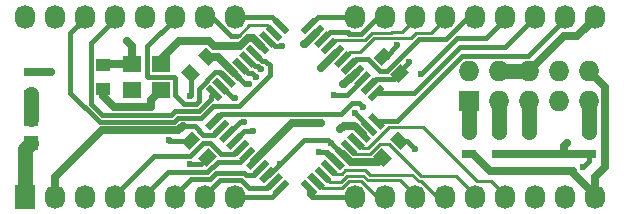
<source format=gtl>
G04 #@! TF.FileFunction,Copper,L1,Top,Signal*
%FSLAX46Y46*%
G04 Gerber Fmt 4.6, Leading zero omitted, Abs format (unit mm)*
G04 Created by KiCad (PCBNEW (2015-08-16 BZR 6097, Git b384c94)-product) date 12/8/2015 8:31:07 PM*
%MOMM*%
G01*
G04 APERTURE LIST*
%ADD10C,0.100000*%
%ADD11R,1.727200X1.727200*%
%ADD12O,1.727200X1.727200*%
%ADD13R,1.250000X1.000000*%
%ADD14R,1.300000X0.700000*%
%ADD15R,1.198880X1.198880*%
%ADD16O,1.727200X2.032000*%
%ADD17R,1.727200X2.032000*%
%ADD18R,1.600000X1.400000*%
%ADD19C,0.600000*%
%ADD20C,0.635000*%
%ADD21C,0.381000*%
%ADD22C,1.270000*%
%ADD23C,0.254000*%
G04 APERTURE END LIST*
D10*
D11*
X149352000Y-87884000D03*
D12*
X149352000Y-85344000D03*
X151892000Y-87884000D03*
X151892000Y-85344000D03*
X154432000Y-87884000D03*
X154432000Y-85344000D03*
X156972000Y-87884000D03*
X156972000Y-85344000D03*
X159512000Y-87884000D03*
X159512000Y-85344000D03*
D10*
G36*
X127425188Y-90318866D02*
X127036280Y-89929958D01*
X128096940Y-88869298D01*
X128485848Y-89258206D01*
X127425188Y-90318866D01*
X127425188Y-90318866D01*
G37*
G36*
X127990874Y-90884551D02*
X127601966Y-90495643D01*
X128662626Y-89434983D01*
X129051534Y-89823891D01*
X127990874Y-90884551D01*
X127990874Y-90884551D01*
G37*
G36*
X128556559Y-91450236D02*
X128167651Y-91061328D01*
X129228311Y-90000668D01*
X129617219Y-90389576D01*
X128556559Y-91450236D01*
X128556559Y-91450236D01*
G37*
G36*
X129122244Y-92015922D02*
X128733336Y-91627014D01*
X129793996Y-90566354D01*
X130182904Y-90955262D01*
X129122244Y-92015922D01*
X129122244Y-92015922D01*
G37*
G36*
X129687930Y-92581607D02*
X129299022Y-92192699D01*
X130359682Y-91132039D01*
X130748590Y-91520947D01*
X129687930Y-92581607D01*
X129687930Y-92581607D01*
G37*
G36*
X130253615Y-93147293D02*
X129864707Y-92758385D01*
X130925367Y-91697725D01*
X131314275Y-92086633D01*
X130253615Y-93147293D01*
X130253615Y-93147293D01*
G37*
G36*
X130819301Y-93712978D02*
X130430393Y-93324070D01*
X131491053Y-92263410D01*
X131879961Y-92652318D01*
X130819301Y-93712978D01*
X130819301Y-93712978D01*
G37*
G36*
X131384986Y-94278664D02*
X130996078Y-93889756D01*
X132056738Y-92829096D01*
X132445646Y-93218004D01*
X131384986Y-94278664D01*
X131384986Y-94278664D01*
G37*
G36*
X131950672Y-94844349D02*
X131561764Y-94455441D01*
X132622424Y-93394781D01*
X133011332Y-93783689D01*
X131950672Y-94844349D01*
X131950672Y-94844349D01*
G37*
G36*
X132516357Y-95410034D02*
X132127449Y-95021126D01*
X133188109Y-93960466D01*
X133577017Y-94349374D01*
X132516357Y-95410034D01*
X132516357Y-95410034D01*
G37*
G36*
X133082042Y-95975720D02*
X132693134Y-95586812D01*
X133753794Y-94526152D01*
X134142702Y-94915060D01*
X133082042Y-95975720D01*
X133082042Y-95975720D01*
G37*
G36*
X136546866Y-95586812D02*
X136157958Y-95975720D01*
X135097298Y-94915060D01*
X135486206Y-94526152D01*
X136546866Y-95586812D01*
X136546866Y-95586812D01*
G37*
G36*
X137112551Y-95021126D02*
X136723643Y-95410034D01*
X135662983Y-94349374D01*
X136051891Y-93960466D01*
X137112551Y-95021126D01*
X137112551Y-95021126D01*
G37*
G36*
X137678236Y-94455441D02*
X137289328Y-94844349D01*
X136228668Y-93783689D01*
X136617576Y-93394781D01*
X137678236Y-94455441D01*
X137678236Y-94455441D01*
G37*
G36*
X138243922Y-93889756D02*
X137855014Y-94278664D01*
X136794354Y-93218004D01*
X137183262Y-92829096D01*
X138243922Y-93889756D01*
X138243922Y-93889756D01*
G37*
G36*
X138809607Y-93324070D02*
X138420699Y-93712978D01*
X137360039Y-92652318D01*
X137748947Y-92263410D01*
X138809607Y-93324070D01*
X138809607Y-93324070D01*
G37*
G36*
X139375293Y-92758385D02*
X138986385Y-93147293D01*
X137925725Y-92086633D01*
X138314633Y-91697725D01*
X139375293Y-92758385D01*
X139375293Y-92758385D01*
G37*
G36*
X139940978Y-92192699D02*
X139552070Y-92581607D01*
X138491410Y-91520947D01*
X138880318Y-91132039D01*
X139940978Y-92192699D01*
X139940978Y-92192699D01*
G37*
G36*
X140506664Y-91627014D02*
X140117756Y-92015922D01*
X139057096Y-90955262D01*
X139446004Y-90566354D01*
X140506664Y-91627014D01*
X140506664Y-91627014D01*
G37*
G36*
X141072349Y-91061328D02*
X140683441Y-91450236D01*
X139622781Y-90389576D01*
X140011689Y-90000668D01*
X141072349Y-91061328D01*
X141072349Y-91061328D01*
G37*
G36*
X141638034Y-90495643D02*
X141249126Y-90884551D01*
X140188466Y-89823891D01*
X140577374Y-89434983D01*
X141638034Y-90495643D01*
X141638034Y-90495643D01*
G37*
G36*
X142203720Y-89929958D02*
X141814812Y-90318866D01*
X140754152Y-89258206D01*
X141143060Y-88869298D01*
X142203720Y-89929958D01*
X142203720Y-89929958D01*
G37*
G36*
X141143060Y-87914702D02*
X140754152Y-87525794D01*
X141814812Y-86465134D01*
X142203720Y-86854042D01*
X141143060Y-87914702D01*
X141143060Y-87914702D01*
G37*
G36*
X140577374Y-87349017D02*
X140188466Y-86960109D01*
X141249126Y-85899449D01*
X141638034Y-86288357D01*
X140577374Y-87349017D01*
X140577374Y-87349017D01*
G37*
G36*
X140011689Y-86783332D02*
X139622781Y-86394424D01*
X140683441Y-85333764D01*
X141072349Y-85722672D01*
X140011689Y-86783332D01*
X140011689Y-86783332D01*
G37*
G36*
X139446004Y-86217646D02*
X139057096Y-85828738D01*
X140117756Y-84768078D01*
X140506664Y-85156986D01*
X139446004Y-86217646D01*
X139446004Y-86217646D01*
G37*
G36*
X138880318Y-85651961D02*
X138491410Y-85263053D01*
X139552070Y-84202393D01*
X139940978Y-84591301D01*
X138880318Y-85651961D01*
X138880318Y-85651961D01*
G37*
G36*
X138314633Y-85086275D02*
X137925725Y-84697367D01*
X138986385Y-83636707D01*
X139375293Y-84025615D01*
X138314633Y-85086275D01*
X138314633Y-85086275D01*
G37*
G36*
X137748947Y-84520590D02*
X137360039Y-84131682D01*
X138420699Y-83071022D01*
X138809607Y-83459930D01*
X137748947Y-84520590D01*
X137748947Y-84520590D01*
G37*
G36*
X137183262Y-83954904D02*
X136794354Y-83565996D01*
X137855014Y-82505336D01*
X138243922Y-82894244D01*
X137183262Y-83954904D01*
X137183262Y-83954904D01*
G37*
G36*
X136617576Y-83389219D02*
X136228668Y-83000311D01*
X137289328Y-81939651D01*
X137678236Y-82328559D01*
X136617576Y-83389219D01*
X136617576Y-83389219D01*
G37*
G36*
X136051891Y-82823534D02*
X135662983Y-82434626D01*
X136723643Y-81373966D01*
X137112551Y-81762874D01*
X136051891Y-82823534D01*
X136051891Y-82823534D01*
G37*
G36*
X135486206Y-82257848D02*
X135097298Y-81868940D01*
X136157958Y-80808280D01*
X136546866Y-81197188D01*
X135486206Y-82257848D01*
X135486206Y-82257848D01*
G37*
G36*
X134142702Y-81868940D02*
X133753794Y-82257848D01*
X132693134Y-81197188D01*
X133082042Y-80808280D01*
X134142702Y-81868940D01*
X134142702Y-81868940D01*
G37*
G36*
X133577017Y-82434626D02*
X133188109Y-82823534D01*
X132127449Y-81762874D01*
X132516357Y-81373966D01*
X133577017Y-82434626D01*
X133577017Y-82434626D01*
G37*
G36*
X133011332Y-83000311D02*
X132622424Y-83389219D01*
X131561764Y-82328559D01*
X131950672Y-81939651D01*
X133011332Y-83000311D01*
X133011332Y-83000311D01*
G37*
G36*
X132445646Y-83565996D02*
X132056738Y-83954904D01*
X130996078Y-82894244D01*
X131384986Y-82505336D01*
X132445646Y-83565996D01*
X132445646Y-83565996D01*
G37*
G36*
X131879961Y-84131682D02*
X131491053Y-84520590D01*
X130430393Y-83459930D01*
X130819301Y-83071022D01*
X131879961Y-84131682D01*
X131879961Y-84131682D01*
G37*
G36*
X131314275Y-84697367D02*
X130925367Y-85086275D01*
X129864707Y-84025615D01*
X130253615Y-83636707D01*
X131314275Y-84697367D01*
X131314275Y-84697367D01*
G37*
G36*
X130748590Y-85263053D02*
X130359682Y-85651961D01*
X129299022Y-84591301D01*
X129687930Y-84202393D01*
X130748590Y-85263053D01*
X130748590Y-85263053D01*
G37*
G36*
X130182904Y-85828738D02*
X129793996Y-86217646D01*
X128733336Y-85156986D01*
X129122244Y-84768078D01*
X130182904Y-85828738D01*
X130182904Y-85828738D01*
G37*
G36*
X129617219Y-86394424D02*
X129228311Y-86783332D01*
X128167651Y-85722672D01*
X128556559Y-85333764D01*
X129617219Y-86394424D01*
X129617219Y-86394424D01*
G37*
G36*
X129051534Y-86960109D02*
X128662626Y-87349017D01*
X127601966Y-86288357D01*
X127990874Y-85899449D01*
X129051534Y-86960109D01*
X129051534Y-86960109D01*
G37*
G36*
X128485848Y-87525794D02*
X128096940Y-87914702D01*
X127036280Y-86854042D01*
X127425188Y-86465134D01*
X128485848Y-87525794D01*
X128485848Y-87525794D01*
G37*
G36*
X141245398Y-84217281D02*
X142129281Y-83333398D01*
X142836388Y-84040505D01*
X141952505Y-84924388D01*
X141245398Y-84217281D01*
X141245398Y-84217281D01*
G37*
G36*
X142659612Y-85631495D02*
X143543495Y-84747612D01*
X144250602Y-85454719D01*
X143366719Y-86338602D01*
X142659612Y-85631495D01*
X142659612Y-85631495D01*
G37*
G36*
X142129281Y-93450602D02*
X141245398Y-92566719D01*
X141952505Y-91859612D01*
X142836388Y-92743495D01*
X142129281Y-93450602D01*
X142129281Y-93450602D01*
G37*
G36*
X143543495Y-92036388D02*
X142659612Y-91152505D01*
X143366719Y-90445398D01*
X144250602Y-91329281D01*
X143543495Y-92036388D01*
X143543495Y-92036388D01*
G37*
D13*
X118364000Y-84852000D03*
X118364000Y-86852000D03*
D10*
G36*
X127994602Y-92566719D02*
X127110719Y-93450602D01*
X126403612Y-92743495D01*
X127287495Y-91859612D01*
X127994602Y-92566719D01*
X127994602Y-92566719D01*
G37*
G36*
X126580388Y-91152505D02*
X125696505Y-92036388D01*
X124989398Y-91329281D01*
X125873281Y-90445398D01*
X126580388Y-91152505D01*
X126580388Y-91152505D01*
G37*
G36*
X127110719Y-83333398D02*
X127994602Y-84217281D01*
X127287495Y-84924388D01*
X126403612Y-84040505D01*
X127110719Y-83333398D01*
X127110719Y-83333398D01*
G37*
G36*
X125696505Y-84747612D02*
X126580388Y-85631495D01*
X125873281Y-86338602D01*
X124989398Y-85454719D01*
X125696505Y-84747612D01*
X125696505Y-84747612D01*
G37*
D14*
X112268000Y-85410000D03*
X112268000Y-87310000D03*
X149352000Y-90490000D03*
X149352000Y-92390000D03*
X151892000Y-90490000D03*
X151892000Y-92390000D03*
X154432000Y-90490000D03*
X154432000Y-92390000D03*
X159512000Y-90490000D03*
X159512000Y-92390000D03*
D15*
X112268000Y-91473020D03*
X112268000Y-89374980D03*
D16*
X139700000Y-80772000D03*
X111760000Y-80772000D03*
X114300000Y-80772000D03*
X116840000Y-80772000D03*
X119380000Y-80772000D03*
X121920000Y-80772000D03*
X124460000Y-80772000D03*
X127000000Y-80772000D03*
X129540000Y-80772000D03*
X144780000Y-80772000D03*
X147320000Y-80772000D03*
X149860000Y-80772000D03*
X152400000Y-80772000D03*
X154940000Y-80772000D03*
X157480000Y-80772000D03*
X160020000Y-80772000D03*
X142240000Y-80772000D03*
X139700000Y-96012000D03*
D17*
X111760000Y-96012000D03*
D16*
X114300000Y-96012000D03*
X116840000Y-96012000D03*
X119380000Y-96012000D03*
X121920000Y-96012000D03*
X124460000Y-96012000D03*
X127000000Y-96012000D03*
X129540000Y-96012000D03*
X144780000Y-96012000D03*
X147320000Y-96012000D03*
X149860000Y-96012000D03*
X152400000Y-96012000D03*
X154940000Y-96012000D03*
X157480000Y-96012000D03*
X160020000Y-96012000D03*
X142240000Y-96012000D03*
D18*
X123297000Y-84729000D03*
X123297000Y-86979000D03*
X120797000Y-84729000D03*
X120797000Y-86979000D03*
D19*
X120396000Y-82804000D03*
X157607000Y-91440000D03*
X125730000Y-93218000D03*
X137668000Y-91440000D03*
X133350000Y-93218000D03*
X130752306Y-86417694D03*
X159004000Y-93472000D03*
X136779000Y-85090000D03*
X143256000Y-83185000D03*
X125705604Y-87482453D03*
X123952000Y-91206549D03*
X122428000Y-88392000D03*
X136652000Y-92202000D03*
X131064000Y-90424000D03*
X133525509Y-83272967D03*
X144780000Y-91948000D03*
X144272000Y-84582000D03*
X113919000Y-85471000D03*
X138684000Y-86487000D03*
X135382000Y-83058000D03*
X136779000Y-89789000D03*
X140353081Y-88367295D03*
X130302000Y-89683552D03*
X138430000Y-90297000D03*
X139700000Y-88900000D03*
X145288000Y-85598000D03*
X137922000Y-87376000D03*
X131776423Y-85161480D03*
X131318000Y-85852000D03*
X129540000Y-87630000D03*
D20*
X120797000Y-84729000D02*
X120797000Y-83205000D01*
X120797000Y-83205000D02*
X120396000Y-82804000D01*
X120797000Y-84729000D02*
X118487000Y-84729000D01*
X118487000Y-84729000D02*
X118364000Y-84852000D01*
X120801000Y-84852000D02*
X121051000Y-84602000D01*
X157353000Y-92390000D02*
X157353000Y-91694000D01*
X157353000Y-91694000D02*
X157607000Y-91440000D01*
D21*
X127199107Y-92655107D02*
X126636214Y-93218000D01*
X126636214Y-93218000D02*
X125730000Y-93218000D01*
X133350000Y-93218000D02*
X135382000Y-91186000D01*
X138650509Y-92422509D02*
X137668000Y-91440000D01*
X133350000Y-93218000D02*
X132448435Y-94119565D01*
X137414000Y-91186000D02*
X137668000Y-91440000D01*
X135382000Y-91186000D02*
X137414000Y-91186000D01*
X132286548Y-94119565D02*
X132448435Y-94119565D01*
X130382952Y-86417694D02*
X130752306Y-86417694D01*
X129458120Y-85492862D02*
X130382952Y-86417694D01*
X159512000Y-92390000D02*
X159512000Y-92964000D01*
X159512000Y-92964000D02*
X159004000Y-93472000D01*
X132286548Y-94119565D02*
X132286548Y-94027452D01*
D20*
X138084823Y-83795806D02*
X136790629Y-85090000D01*
X136790629Y-85090000D02*
X136779000Y-85090000D01*
D21*
X142040893Y-84128893D02*
X142312107Y-84128893D01*
X142312107Y-84128893D02*
X143256000Y-83185000D01*
X142040893Y-84128893D02*
X142439107Y-84128893D01*
D20*
X160020000Y-80772000D02*
X160020000Y-80924400D01*
X160020000Y-80924400D02*
X158521400Y-82423000D01*
X158521400Y-82423000D02*
X157353000Y-82423000D01*
X157353000Y-82423000D02*
X155295599Y-84480401D01*
X155295599Y-84480401D02*
X154432000Y-85344000D01*
X151892000Y-92390000D02*
X154432000Y-92390000D01*
X159512000Y-92390000D02*
X157353000Y-92390000D01*
X157353000Y-92390000D02*
X154432000Y-92390000D01*
D22*
X111760000Y-96012000D02*
X111760000Y-91981020D01*
X111760000Y-91981020D02*
X112268000Y-91473020D01*
X151892000Y-85344000D02*
X154432000Y-85344000D01*
D20*
X138650509Y-92422509D02*
X139327117Y-93099117D01*
X139327117Y-93099117D02*
X141596883Y-93099117D01*
X141596883Y-93099117D02*
X141616630Y-93079370D01*
X141616630Y-93079370D02*
X142040893Y-92655107D01*
X129458120Y-85492862D02*
X128094151Y-84128893D01*
X128094151Y-84128893D02*
X127199107Y-84128893D01*
D21*
X125784893Y-87403164D02*
X125705604Y-87482453D01*
X125784893Y-85543107D02*
X125784893Y-87403164D01*
X125784893Y-91240893D02*
X123986344Y-91240893D01*
X123986344Y-91240893D02*
X123952000Y-91206549D01*
D20*
X122428000Y-88392000D02*
X122428000Y-87848000D01*
X122428000Y-87848000D02*
X123297000Y-86979000D01*
X118364000Y-87503000D02*
X119253000Y-88392000D01*
X119253000Y-88392000D02*
X122428000Y-88392000D01*
X118364000Y-86852000D02*
X118364000Y-87503000D01*
D21*
X137076264Y-92202000D02*
X136652000Y-92202000D01*
X137298629Y-92202000D02*
X137076264Y-92202000D01*
X138084823Y-92988194D02*
X137298629Y-92202000D01*
X137160000Y-92202000D02*
X137076264Y-92202000D01*
X137946194Y-92988194D02*
X137160000Y-92202000D01*
X129458120Y-91291138D02*
X130325258Y-90424000D01*
X130325258Y-90424000D02*
X131064000Y-90424000D01*
X132895080Y-83272967D02*
X133101245Y-83272967D01*
X132286548Y-82664435D02*
X132895080Y-83272967D01*
X133101245Y-83272967D02*
X133525509Y-83272967D01*
X143455107Y-91240893D02*
X144072893Y-91240893D01*
X144072893Y-91240893D02*
X144780000Y-91948000D01*
X143455107Y-85543107D02*
X143455107Y-85398893D01*
X143455107Y-85398893D02*
X144272000Y-84582000D01*
X129458120Y-91291138D02*
X129458120Y-91267880D01*
D20*
X112268000Y-85410000D02*
X113858000Y-85410000D01*
X113858000Y-85410000D02*
X113919000Y-85471000D01*
D21*
X140913250Y-86624233D02*
X141514290Y-86023193D01*
X141514290Y-86023193D02*
X142975021Y-86023193D01*
X142975021Y-86023193D02*
X143455107Y-85543107D01*
D20*
X159512000Y-85344000D02*
X160893101Y-86725101D01*
X160893101Y-86725101D02*
X160893101Y-93487899D01*
X160893101Y-93487899D02*
X160020000Y-94361000D01*
X160020000Y-94361000D02*
X160020000Y-96012000D01*
X158115000Y-93853000D02*
X158115000Y-93954600D01*
X158115000Y-93954600D02*
X160020000Y-95859600D01*
X160020000Y-95859600D02*
X160020000Y-96012000D01*
X151115000Y-93853000D02*
X158115000Y-93853000D01*
X149352000Y-92390000D02*
X149652000Y-92390000D01*
X149652000Y-92390000D02*
X151115000Y-93853000D01*
X138684000Y-86487000D02*
X138787742Y-86487000D01*
X138787742Y-86487000D02*
X139781880Y-85492862D01*
D22*
X149352000Y-87884000D02*
X149352000Y-90490000D01*
D20*
X135382000Y-83058000D02*
X135428517Y-83058000D01*
X135428517Y-83058000D02*
X136387767Y-82098750D01*
D22*
X151892000Y-87884000D02*
X151892000Y-90490000D01*
D20*
X131155177Y-92988194D02*
X134354371Y-89789000D01*
X134354371Y-89789000D02*
X136779000Y-89789000D01*
D22*
X154432000Y-90490000D02*
X154432000Y-87884000D01*
D21*
X127761064Y-89594082D02*
X128362104Y-88993042D01*
X128362104Y-88993042D02*
X138478681Y-88993042D01*
X138478681Y-88993042D02*
X139404427Y-88067296D01*
X139404427Y-88067296D02*
X140053082Y-88067296D01*
X140053082Y-88067296D02*
X140353081Y-88367295D01*
D22*
X159512000Y-90490000D02*
X159512000Y-87884000D01*
D20*
X131720862Y-83230120D02*
X131044254Y-82553512D01*
X127325080Y-82815888D02*
X124829112Y-82815888D01*
X124829112Y-82815888D02*
X123297000Y-84348000D01*
X131044254Y-82553512D02*
X130604941Y-82553512D01*
X123297000Y-84348000D02*
X123297000Y-84729000D01*
X130604941Y-82553512D02*
X129928333Y-83230120D01*
X129928333Y-83230120D02*
X127739312Y-83230120D01*
X127739312Y-83230120D02*
X127325080Y-82815888D01*
D21*
X125095000Y-90043000D02*
X126111000Y-90043000D01*
X126111000Y-90043000D02*
X126828807Y-90760807D01*
X126828807Y-90760807D02*
X127725710Y-90760807D01*
X127725710Y-90760807D02*
X128326750Y-90159767D01*
D20*
X124748971Y-90389029D02*
X125095000Y-90043000D01*
X118271971Y-90389029D02*
X124748971Y-90389029D01*
X114300000Y-96012000D02*
X114300000Y-94361000D01*
X114300000Y-94361000D02*
X118271971Y-90389029D01*
D21*
X114300000Y-95859600D02*
X114300000Y-96012000D01*
X128892435Y-90725452D02*
X129934335Y-89683552D01*
X129934335Y-89683552D02*
X130302000Y-89683552D01*
X119380000Y-95859600D02*
X119380000Y-96012000D01*
X122712101Y-92527499D02*
X119380000Y-95859600D01*
X126816056Y-91469102D02*
X125757659Y-92527499D01*
X127449252Y-91469102D02*
X126816056Y-91469102D01*
X128386582Y-92406432D02*
X127449252Y-91469102D01*
X129474197Y-92406432D02*
X128386582Y-92406432D01*
X130023806Y-91856823D02*
X129474197Y-92406432D01*
X125757659Y-92527499D02*
X122712101Y-92527499D01*
X123871099Y-93908501D02*
X121920000Y-95859600D01*
X121920000Y-95859600D02*
X121920000Y-96012000D01*
X127205085Y-93908501D02*
X123871099Y-93908501D01*
X128090037Y-93023549D02*
X127205085Y-93908501D01*
X130589491Y-92422509D02*
X129988451Y-93023549D01*
X129988451Y-93023549D02*
X128090037Y-93023549D01*
X127910778Y-94024480D02*
X127445747Y-94489511D01*
X131119822Y-94154920D02*
X130430571Y-94154920D01*
X124460000Y-95859600D02*
X124460000Y-96012000D01*
X130300131Y-94024480D02*
X127910778Y-94024480D01*
X130430571Y-94154920D02*
X130300131Y-94024480D01*
X131720862Y-93553880D02*
X131119822Y-94154920D01*
X125830089Y-94489511D02*
X124460000Y-95859600D01*
X127445747Y-94489511D02*
X125830089Y-94489511D01*
D23*
X140771822Y-91892178D02*
X142545612Y-90118388D01*
X142545612Y-90118388D02*
X145491786Y-90118388D01*
X145491786Y-90118388D02*
X150042388Y-94668990D01*
X150042388Y-94668990D02*
X151209390Y-94668990D01*
X151209390Y-94668990D02*
X152400000Y-95859600D01*
X152400000Y-95859600D02*
X152400000Y-96012000D01*
X140382920Y-91892178D02*
X140771822Y-91892178D01*
X139781880Y-91291138D02*
X140382920Y-91892178D01*
D21*
X133417918Y-95250936D02*
X132656854Y-96012000D01*
X132656854Y-96012000D02*
X129540000Y-96012000D01*
X135822082Y-95250936D02*
X135822082Y-95739844D01*
X135822082Y-95739844D02*
X136094238Y-96012000D01*
X136094238Y-96012000D02*
X138455400Y-96012000D01*
X138455400Y-96012000D02*
X139700000Y-96012000D01*
D23*
X138932267Y-94948008D02*
X139211284Y-94668990D01*
X136988807Y-95286290D02*
X138589534Y-95286290D01*
X138927816Y-94948008D02*
X138932267Y-94948008D01*
X140193166Y-94668990D02*
X141536176Y-96012000D01*
X136387767Y-94685250D02*
X136988807Y-95286290D01*
X141536176Y-96012000D02*
X142240000Y-96012000D01*
X138589534Y-95286290D02*
X138927816Y-94948008D01*
X139211284Y-94668990D02*
X140193166Y-94668990D01*
X138513153Y-94720605D02*
X138739760Y-94493998D01*
X144780000Y-95859600D02*
X144780000Y-96012000D01*
X143529330Y-94608930D02*
X144780000Y-95859600D01*
X139023227Y-94214980D02*
X140381223Y-94214980D01*
X138744210Y-94493998D02*
X139023227Y-94214980D01*
X138739760Y-94493998D02*
X138744210Y-94493998D01*
X136953452Y-94119565D02*
X137554492Y-94720605D01*
X140775171Y-94608930D02*
X143529330Y-94608930D01*
X137554492Y-94720605D02*
X138513153Y-94720605D01*
X140381223Y-94214980D02*
X140775171Y-94608930D01*
D21*
X136953452Y-94119565D02*
X137045565Y-94119565D01*
D23*
X146616176Y-96012000D02*
X147320000Y-96012000D01*
X145273166Y-94668990D02*
X146616176Y-96012000D01*
X144557497Y-94154920D02*
X145071567Y-94668990D01*
X145071567Y-94668990D02*
X145273166Y-94668990D01*
X140963227Y-94154920D02*
X144557497Y-94154920D01*
X137519138Y-93553880D02*
X138005246Y-94039988D01*
X138556153Y-94039988D02*
X138835178Y-93760963D01*
X140569281Y-93760972D02*
X140963227Y-94154920D01*
X138005246Y-94039988D02*
X138556153Y-94039988D01*
X138835178Y-93760963D02*
X140569281Y-93760972D01*
X145259624Y-94214980D02*
X148215380Y-94214980D01*
X142577246Y-91532602D02*
X145259624Y-94214980D01*
X148215380Y-94214980D02*
X149860000Y-95859600D01*
X141817052Y-91532602D02*
X142577246Y-91532602D01*
X141003466Y-92346188D02*
X141817052Y-91532602D01*
X139705559Y-92346188D02*
X141003466Y-92346188D01*
X139216194Y-91856823D02*
X139705559Y-92346188D01*
X149860000Y-95859600D02*
X149860000Y-96012000D01*
D20*
X138430000Y-90297000D02*
X138729999Y-89997001D01*
X138729999Y-89997001D02*
X139619114Y-89997001D01*
X139619114Y-89997001D02*
X139746525Y-90124412D01*
X139746525Y-90124412D02*
X140347565Y-90725452D01*
D21*
X140913250Y-90159767D02*
X140913250Y-90113250D01*
X140913250Y-90113250D02*
X139700000Y-88900000D01*
X141478936Y-89594082D02*
X143245848Y-89594082D01*
X143245848Y-89594082D02*
X148750031Y-84089899D01*
X148750031Y-84089899D02*
X150606101Y-84089899D01*
X150606101Y-84089899D02*
X150622000Y-84074000D01*
X150622000Y-84074000D02*
X151217546Y-84074000D01*
X151217546Y-84074000D02*
X151233445Y-84089899D01*
X154314501Y-84089899D02*
X157480000Y-80924400D01*
X157480000Y-80924400D02*
X157480000Y-80772000D01*
X151233445Y-84089899D02*
X154314501Y-84089899D01*
X141478936Y-87189918D02*
X144712082Y-87189918D01*
X144712082Y-87189918D02*
X148590000Y-83312000D01*
X148590000Y-83312000D02*
X152400000Y-83312000D01*
X152400000Y-83312000D02*
X154940000Y-80772000D01*
X152400000Y-80924400D02*
X152400000Y-80772000D01*
X150774400Y-82550000D02*
X152400000Y-80924400D01*
X148336000Y-82550000D02*
X150774400Y-82550000D01*
X145288000Y-85598000D02*
X148336000Y-82550000D01*
X140347565Y-86058548D02*
X139030113Y-87376000D01*
X139030113Y-87376000D02*
X137922000Y-87376000D01*
X139216194Y-84927177D02*
X139817234Y-84326137D01*
X139817234Y-84326137D02*
X140801987Y-84326137D01*
X140801987Y-84326137D02*
X141790748Y-85314898D01*
X141790748Y-85314898D02*
X142423944Y-85314898D01*
X142423944Y-85314898D02*
X145106322Y-82632520D01*
X145106322Y-82632520D02*
X147385459Y-82632520D01*
X147385459Y-82632520D02*
X149245979Y-80772000D01*
X149245979Y-80772000D02*
X149860000Y-80772000D01*
D23*
X144891964Y-82115010D02*
X146129390Y-82115010D01*
X146129390Y-82115010D02*
X147320000Y-80924400D01*
X147320000Y-80924400D02*
X147320000Y-80772000D01*
X140133483Y-83760451D02*
X141324914Y-82569020D01*
X139251549Y-83760451D02*
X140133483Y-83760451D01*
X141324914Y-82569020D02*
X142944018Y-82569020D01*
X142944018Y-82569020D02*
X142955039Y-82557999D01*
X142955039Y-82557999D02*
X144448975Y-82557999D01*
X144448975Y-82557999D02*
X144891964Y-82115010D01*
X138650509Y-84361491D02*
X139251549Y-83760451D01*
X144780000Y-80924400D02*
X144780000Y-80772000D01*
X137519138Y-83230120D02*
X138053238Y-82696020D01*
X138053238Y-82696020D02*
X140555848Y-82696020D01*
X140555848Y-82696020D02*
X141136857Y-82115010D01*
X143662400Y-82042000D02*
X144780000Y-80924400D01*
X142828971Y-82042000D02*
X143662400Y-82042000D01*
X142755961Y-82115010D02*
X142828971Y-82042000D01*
X141136857Y-82115010D02*
X142755961Y-82115010D01*
D21*
X141625979Y-80772000D02*
X142240000Y-80772000D01*
X139180531Y-82178510D02*
X140219469Y-82178510D01*
X140219469Y-82178510D02*
X141625979Y-80772000D01*
X139065416Y-82063395D02*
X139180531Y-82178510D01*
X136953452Y-82664435D02*
X137554492Y-82063395D01*
X137554492Y-82063395D02*
X139065416Y-82063395D01*
X136583146Y-80772000D02*
X138455400Y-80772000D01*
X135822082Y-81533064D02*
X136583146Y-80772000D01*
X138455400Y-80772000D02*
X139700000Y-80772000D01*
X133417918Y-81533064D02*
X132656854Y-80772000D01*
X132656854Y-80772000D02*
X129540000Y-80772000D01*
D23*
X132251193Y-81497710D02*
X132852233Y-82098750D01*
X130749269Y-81497710D02*
X132251193Y-81497710D01*
X129887478Y-82359501D02*
X130749269Y-81497710D01*
X129730501Y-82359501D02*
X129887478Y-82359501D01*
D21*
X129201522Y-82359501D02*
X129730501Y-82359501D01*
X127000000Y-80772000D02*
X127614021Y-80772000D01*
X127614021Y-80772000D02*
X129201522Y-82359501D01*
X115595400Y-87207072D02*
X115595400Y-82169000D01*
X118069347Y-89681019D02*
X115595400Y-87207072D01*
X116840000Y-80924400D02*
X116840000Y-80772000D01*
X126690295Y-89334991D02*
X124674733Y-89334991D01*
X124674733Y-89334991D02*
X124328705Y-89681019D01*
X127704785Y-88320501D02*
X126690295Y-89334991D01*
X129871441Y-88320501D02*
X127704785Y-88320501D01*
X132466924Y-85725018D02*
X129871441Y-88320501D01*
X132466924Y-84830039D02*
X132466924Y-85725018D01*
X124328705Y-89681019D02*
X118069347Y-89681019D01*
X132107864Y-84470979D02*
X132466924Y-84830039D01*
X115595400Y-82169000D02*
X116840000Y-80924400D01*
X131830350Y-84470979D02*
X132107864Y-84470979D01*
X131155177Y-83795806D02*
X131830350Y-84470979D01*
X131190531Y-84962531D02*
X131444531Y-84962531D01*
X130589491Y-84361491D02*
X131190531Y-84962531D01*
X131643480Y-85161480D02*
X131776423Y-85161480D01*
X131444531Y-84962531D02*
X131643480Y-85161480D01*
X130624846Y-85528217D02*
X130994217Y-85528217D01*
X130994217Y-85528217D02*
X131318000Y-85852000D01*
X130023806Y-84927177D02*
X130624846Y-85528217D01*
X124487501Y-87409443D02*
X124487501Y-85966599D01*
X124340403Y-85819501D02*
X122184599Y-85819501D01*
X124487501Y-85966599D02*
X124340403Y-85819501D01*
X124460000Y-80924400D02*
X124460000Y-80772000D01*
X122106499Y-83277901D02*
X124460000Y-80924400D01*
X122106499Y-85741401D02*
X122106499Y-83277901D01*
X122184599Y-85819501D02*
X122106499Y-85741401D01*
X125251030Y-88172973D02*
X124487501Y-87409443D01*
X128291395Y-85457508D02*
X127880548Y-85457508D01*
X127880548Y-85457508D02*
X126492000Y-86846056D01*
X126203027Y-88172973D02*
X125251030Y-88172973D01*
X128892435Y-86058548D02*
X128291395Y-85457508D01*
X126492000Y-87884000D02*
X126203027Y-88172973D01*
X126492000Y-86846056D02*
X126492000Y-87884000D01*
X128326750Y-86624233D02*
X129332517Y-87630000D01*
X129332517Y-87630000D02*
X129540000Y-87630000D01*
X119380000Y-80924400D02*
X119380000Y-80772000D01*
X117348499Y-82955901D02*
X119380000Y-80924400D01*
X124088043Y-89100009D02*
X118310009Y-89100009D01*
X118310009Y-89100009D02*
X117348499Y-88138499D01*
X117348499Y-88138499D02*
X117348499Y-82955901D01*
X127495900Y-87707714D02*
X126449632Y-88753982D01*
X126449632Y-88753982D02*
X124434070Y-88753982D01*
X124434070Y-88753982D02*
X124088043Y-89100009D01*
X127495900Y-87455082D02*
X127495900Y-87707714D01*
X127761064Y-87189918D02*
X127495900Y-87455082D01*
D22*
X112268000Y-89374980D02*
X112268000Y-87310000D01*
D21*
X132852233Y-94685250D02*
X132251193Y-95286290D01*
X132251193Y-95286290D02*
X130740269Y-95286290D01*
X130740269Y-95286290D02*
X130059469Y-94605490D01*
X130059469Y-94605490D02*
X128254110Y-94605490D01*
X128254110Y-94605490D02*
X127000000Y-95859600D01*
X127000000Y-95859600D02*
X127000000Y-96012000D01*
M02*

</source>
